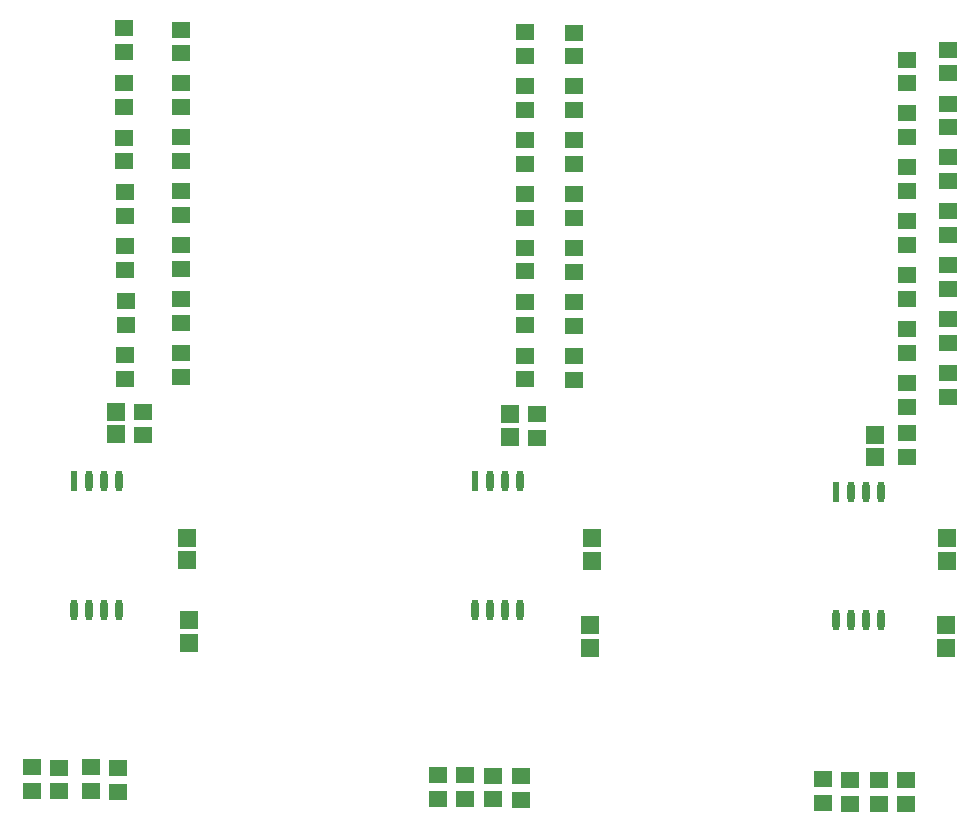
<source format=gbp>
G04 Layer_Color=128*
%FSLAX25Y25*%
%MOIN*%
G70*
G01*
G75*
%ADD10R,0.05905X0.05512*%
%ADD34R,0.06299X0.05905*%
%ADD35O,0.02362X0.07087*%
%ADD36R,0.02362X0.07087*%
D10*
X83800Y122637D02*
D03*
Y114763D02*
D03*
X92800Y114663D02*
D03*
Y122537D02*
D03*
X112400Y122437D02*
D03*
Y114563D02*
D03*
X103300Y114863D02*
D03*
Y122737D02*
D03*
X246700Y119737D02*
D03*
Y111863D02*
D03*
X228100Y112063D02*
D03*
Y119937D02*
D03*
X219100Y119937D02*
D03*
Y112063D02*
D03*
X237500Y111963D02*
D03*
Y119837D02*
D03*
X347300Y118637D02*
D03*
Y110763D02*
D03*
X356500Y110563D02*
D03*
Y118437D02*
D03*
X366100Y110463D02*
D03*
Y118337D02*
D03*
X375000Y118337D02*
D03*
Y110463D02*
D03*
X375400Y234137D02*
D03*
Y226263D02*
D03*
X375276Y250768D02*
D03*
Y242894D02*
D03*
Y268740D02*
D03*
Y260866D02*
D03*
Y286713D02*
D03*
Y278839D02*
D03*
Y304685D02*
D03*
Y296811D02*
D03*
Y322657D02*
D03*
Y314783D02*
D03*
Y340630D02*
D03*
Y332756D02*
D03*
Y358602D02*
D03*
Y350728D02*
D03*
X388976Y254068D02*
D03*
Y246194D02*
D03*
Y272040D02*
D03*
Y264166D02*
D03*
Y290013D02*
D03*
Y282139D02*
D03*
Y307985D02*
D03*
Y300111D02*
D03*
Y325957D02*
D03*
Y318083D02*
D03*
Y343930D02*
D03*
Y336056D02*
D03*
Y361902D02*
D03*
Y354028D02*
D03*
X264276Y331658D02*
D03*
Y323783D02*
D03*
Y259768D02*
D03*
Y251894D02*
D03*
Y277740D02*
D03*
Y269866D02*
D03*
Y295713D02*
D03*
Y287839D02*
D03*
Y313685D02*
D03*
Y305811D02*
D03*
Y349630D02*
D03*
Y341756D02*
D03*
Y367602D02*
D03*
Y359728D02*
D03*
X252100Y240437D02*
D03*
Y232563D02*
D03*
X120700Y241237D02*
D03*
Y233363D02*
D03*
X133276Y368602D02*
D03*
Y360728D02*
D03*
Y260768D02*
D03*
Y252894D02*
D03*
Y278740D02*
D03*
Y270866D02*
D03*
Y296713D02*
D03*
Y288839D02*
D03*
Y314685D02*
D03*
Y306811D02*
D03*
Y332658D02*
D03*
Y324783D02*
D03*
Y350630D02*
D03*
Y342756D02*
D03*
X114563Y361122D02*
D03*
Y368996D02*
D03*
Y342913D02*
D03*
Y350787D02*
D03*
Y324705D02*
D03*
Y332579D02*
D03*
X114760Y306496D02*
D03*
Y314370D02*
D03*
Y288484D02*
D03*
Y296358D02*
D03*
X114957Y270177D02*
D03*
Y278051D02*
D03*
X114858Y252067D02*
D03*
Y259941D02*
D03*
X247929Y359842D02*
D03*
Y367717D02*
D03*
Y341870D02*
D03*
Y349744D02*
D03*
Y323898D02*
D03*
Y331772D02*
D03*
Y305925D02*
D03*
Y313799D02*
D03*
Y287953D02*
D03*
Y295827D02*
D03*
Y269980D02*
D03*
Y277854D02*
D03*
Y252008D02*
D03*
Y259882D02*
D03*
D34*
X269900Y162500D02*
D03*
Y169980D02*
D03*
X388400Y162460D02*
D03*
Y169940D02*
D03*
X136200Y164160D02*
D03*
Y171640D02*
D03*
X135400Y199240D02*
D03*
Y191760D02*
D03*
X270300Y199040D02*
D03*
Y191560D02*
D03*
X364700Y225960D02*
D03*
Y233440D02*
D03*
X388700Y198940D02*
D03*
Y191460D02*
D03*
X243100Y232860D02*
D03*
Y240340D02*
D03*
X111600Y233720D02*
D03*
Y241200D02*
D03*
D35*
X366700Y171687D02*
D03*
X361700D02*
D03*
X356700D02*
D03*
X351700D02*
D03*
X366700Y214600D02*
D03*
X361700D02*
D03*
X356700D02*
D03*
X246350Y175087D02*
D03*
X241350D02*
D03*
X236350D02*
D03*
X231350D02*
D03*
X246350Y218000D02*
D03*
X241350D02*
D03*
X236350D02*
D03*
X112700Y175100D02*
D03*
X107700D02*
D03*
X102700D02*
D03*
X97700D02*
D03*
X112700Y218013D02*
D03*
X107700D02*
D03*
X102700D02*
D03*
D36*
X351700Y214600D02*
D03*
X231350Y218000D02*
D03*
X97700Y218013D02*
D03*
M02*

</source>
